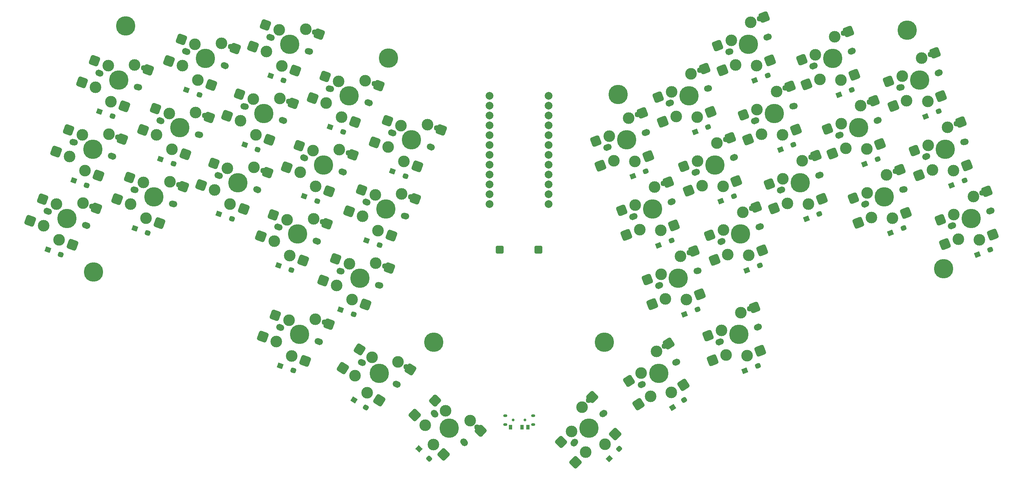
<source format=gbr>
%TF.GenerationSoftware,KiCad,Pcbnew,9.0.0*%
%TF.CreationDate,2025-08-07T18:41:01+03:00*%
%TF.ProjectId,keyatura,6b657961-7475-4726-912e-6b696361645f,rev?*%
%TF.SameCoordinates,Original*%
%TF.FileFunction,Soldermask,Bot*%
%TF.FilePolarity,Negative*%
%FSLAX46Y46*%
G04 Gerber Fmt 4.6, Leading zero omitted, Abs format (unit mm)*
G04 Created by KiCad (PCBNEW 9.0.0) date 2025-08-07 18:41:01*
%MOMM*%
%LPD*%
G01*
G04 APERTURE LIST*
G04 Aperture macros list*
%AMRoundRect*
0 Rectangle with rounded corners*
0 $1 Rounding radius*
0 $2 $3 $4 $5 $6 $7 $8 $9 X,Y pos of 4 corners*
0 Add a 4 corners polygon primitive as box body*
4,1,4,$2,$3,$4,$5,$6,$7,$8,$9,$2,$3,0*
0 Add four circle primitives for the rounded corners*
1,1,$1+$1,$2,$3*
1,1,$1+$1,$4,$5*
1,1,$1+$1,$6,$7*
1,1,$1+$1,$8,$9*
0 Add four rect primitives between the rounded corners*
20,1,$1+$1,$2,$3,$4,$5,0*
20,1,$1+$1,$4,$5,$6,$7,0*
20,1,$1+$1,$6,$7,$8,$9,0*
20,1,$1+$1,$8,$9,$2,$3,0*%
%AMRotRect*
0 Rectangle, with rotation*
0 The origin of the aperture is its center*
0 $1 length*
0 $2 width*
0 $3 Rotation angle, in degrees counterclockwise*
0 Add horizontal line*
21,1,$1,$2,0,0,$3*%
G04 Aperture macros list end*
%ADD10C,5.000000*%
%ADD11RoundRect,0.300000X-0.700000X-0.700000X0.700000X-0.700000X0.700000X0.700000X-0.700000X0.700000X0*%
%ADD12RoundRect,0.199800X-0.300200X-0.100200X0.300200X-0.100200X0.300200X0.100200X-0.300200X0.100200X0*%
%ADD13C,0.700000*%
%ADD14RoundRect,0.225000X-0.225000X0.400000X-0.225000X-0.400000X0.225000X-0.400000X0.225000X0.400000X0*%
%ADD15C,2.000000*%
%ADD16C,1.701800*%
%ADD17C,1.700000*%
%ADD18C,3.000000*%
%ADD19RoundRect,0.520000X-0.999736X-0.466185X0.466185X-0.999736X0.999736X0.466185X-0.466185X0.999736X0*%
%ADD20C,1.450000*%
%ADD21RoundRect,0.500000X0.969835X0.471747X-0.439704X0.984777X-0.969835X-0.471747X0.439704X-0.984777X0*%
%ADD22RoundRect,0.520000X-1.074815X-0.248140X0.248140X-1.074815X1.074815X0.248140X-0.248140X1.074815X0*%
%ADD23RoundRect,0.500000X1.046724X0.259798X-0.225349X1.054677X-1.046724X-0.259798X0.225349X-1.054677X0*%
%ADD24RoundRect,0.520000X-1.102919X-0.019252X0.019252X-1.102919X1.102919X0.019252X-0.019252X1.102919X0*%
%ADD25RoundRect,0.500000X1.077865X0.036495X-0.001145X1.078482X-1.077865X-0.036495X0.001145X-1.078482X0*%
%ADD26RoundRect,0.520000X-0.448666X-1.007720X1.007720X-0.448666X0.448666X1.007720X-1.007720X0.448666X0*%
%ADD27RoundRect,0.500000X0.422450X0.992301X-0.977920X0.454749X-0.422450X-0.992301X0.977920X-0.454749X0*%
%ADD28RoundRect,0.520000X0.000000X-1.103087X1.103087X0.000000X0.000000X1.103087X-1.103087X0.000000X0*%
%ADD29RoundRect,0.500000X-0.017678X1.078338X-1.078338X0.017678X0.017678X-1.078338X1.078338X-0.017678X0*%
%ADD30RoundRect,0.400000X-0.379159X-0.128042X0.208149X-0.341804X0.379159X0.128042X-0.208149X0.341804X0*%
%ADD31RotRect,1.425000X1.300000X340.000000*%
%ADD32RoundRect,0.400000X-0.202152X-0.345385X0.381336X-0.121405X0.202152X0.345385X-0.381336X0.121405X0*%
%ADD33RotRect,1.425000X1.300000X21.000000*%
%ADD34RoundRect,0.400000X-0.398458X0.037246X0.051129X-0.396916X0.398458X-0.037246X-0.051129X0.396916X0*%
%ADD35RotRect,1.425000X1.300000X316.000000*%
%ADD36RoundRect,0.400000X-0.044194X-0.397748X0.397748X0.044194X0.044194X0.397748X-0.397748X-0.044194X0*%
%ADD37RotRect,1.425000X1.300000X45.000000*%
%ADD38RoundRect,0.400000X-0.397495X-0.046412X0.132535X-0.377612X0.397495X0.046412X-0.132535X0.377612X0*%
%ADD39RotRect,1.425000X1.300000X328.000000*%
%ADD40RoundRect,0.400000X-0.125925X-0.379867X0.398244X-0.039468X0.125925X0.379867X-0.398244X0.039468X0*%
%ADD41RotRect,1.425000X1.300000X33.000000*%
%ADD42RoundRect,0.520000X-0.229345X-1.078981X1.078981X-0.229345X0.229345X1.078981X-1.078981X0.229345X0*%
%ADD43RoundRect,0.500000X0.206908X1.058449X-1.051098X0.241490X-0.206908X-1.058449X1.051098X-0.241490X0*%
G04 APERTURE END LIST*
D10*
%TO.C,H7*%
X132450000Y-115000000D03*
%TD*%
%TO.C,H6*%
X176450000Y-115000000D03*
%TD*%
%TO.C,H5*%
X254560000Y-34430000D03*
%TD*%
%TO.C,H4*%
X52930000Y-33320000D03*
%TD*%
%TO.C,H3*%
X120710000Y-41690000D03*
%TD*%
%TO.C,H2*%
X180000000Y-51080000D03*
%TD*%
%TO.C,H1*%
X264000000Y-96000000D03*
%TD*%
%TO.C,H0*%
X44670000Y-96830000D03*
%TD*%
D11*
%TO.C,J1*%
X149460000Y-91060000D03*
X159460000Y-91060000D03*
%TD*%
D12*
%TO.C,BAT_KEY1*%
X150850000Y-133957000D03*
X150850000Y-136193000D03*
D13*
X152950000Y-135050000D03*
X155950000Y-135050000D03*
D12*
X158050000Y-133957000D03*
X158050000Y-136193000D03*
D14*
X152200000Y-136900000D03*
X155200000Y-136900000D03*
X156700000Y-136900000D03*
%TD*%
D15*
%TO.C,U1*%
X162060000Y-51390000D03*
X162060000Y-53930000D03*
X162060000Y-56470000D03*
X162060000Y-59010000D03*
X162060000Y-61550000D03*
X162060000Y-64090000D03*
X162060000Y-66630000D03*
X162060000Y-69170000D03*
X162060000Y-71710000D03*
X162060000Y-74250000D03*
X162060000Y-76790000D03*
X162060000Y-79330000D03*
X146820000Y-51390000D03*
X146820000Y-53930000D03*
X146820000Y-56470000D03*
X146820000Y-59010000D03*
X146820000Y-61550000D03*
X146820000Y-64090000D03*
X146820000Y-66630000D03*
X146820000Y-69170000D03*
X146820000Y-71710000D03*
X146820000Y-74250000D03*
X146820000Y-76790000D03*
X146820000Y-79330000D03*
%TD*%
D16*
%TO.C,SW1*%
X92595191Y-111090589D03*
D17*
X92989861Y-111234238D03*
D18*
X91765360Y-114832431D03*
X95052002Y-109281784D03*
D10*
X97763500Y-112971700D03*
D18*
X95745581Y-118515886D03*
X101887782Y-109066793D03*
D17*
X102537139Y-114709162D03*
D16*
X102931809Y-114852811D03*
D19*
X99222444Y-119781361D03*
D20*
X104223367Y-109842384D03*
D21*
X105411629Y-110349368D03*
D19*
X88288498Y-113566957D03*
D21*
X91528155Y-107999208D03*
%TD*%
D16*
%TO.C,SW2*%
X113709835Y-120099544D03*
D17*
X114066016Y-120322110D03*
D18*
X112120166Y-123587086D03*
X116489032Y-118841065D03*
D10*
X118374100Y-123014100D03*
D18*
X115247576Y-128017584D03*
X123220132Y-120052011D03*
D17*
X122682184Y-125706090D03*
D16*
X123038365Y-125928656D03*
D22*
X118385354Y-129978285D03*
D20*
X125343425Y-121296249D03*
D23*
X126400312Y-122039208D03*
D22*
X108982388Y-121626385D03*
D23*
X113308851Y-116853868D03*
%TD*%
D16*
%TO.C,SW3*%
X132489831Y-133301679D03*
D17*
X132791954Y-133593435D03*
D18*
X130209799Y-136382499D03*
X135469948Y-132648529D03*
D10*
X136446200Y-137122300D03*
D18*
X132347716Y-141366405D03*
X141802188Y-135232486D03*
D17*
X140100446Y-140651165D03*
D16*
X140402569Y-140942921D03*
D24*
X135009273Y-143936641D03*
D20*
X143620390Y-136890992D03*
D25*
X144499712Y-137837455D03*
D24*
X127548242Y-133812263D03*
D25*
X132772423Y-130043560D03*
%TD*%
D16*
%TO.C,SW5*%
X55025391Y-75584889D03*
D17*
X55420061Y-75728538D03*
D18*
X54195560Y-79326731D03*
X57482202Y-73776084D03*
D10*
X60193700Y-77466000D03*
D18*
X58175781Y-83010186D03*
X64317982Y-73561093D03*
D17*
X64967339Y-79203462D03*
D16*
X65362009Y-79347111D03*
D19*
X61652644Y-84275661D03*
D20*
X66653567Y-74336684D03*
D21*
X67841829Y-74843668D03*
D19*
X50718698Y-78061257D03*
D21*
X53958355Y-72493508D03*
%TD*%
D16*
%TO.C,SW6*%
X76738791Y-71906089D03*
D17*
X77133461Y-72049738D03*
D18*
X75908960Y-75647931D03*
X79195602Y-70097284D03*
D10*
X81907100Y-73787200D03*
D18*
X79889181Y-79331386D03*
X86031382Y-69882293D03*
D17*
X86680739Y-75524662D03*
D16*
X87075409Y-75668311D03*
D19*
X83366044Y-80596861D03*
D20*
X88366967Y-70657884D03*
D21*
X89555229Y-71164868D03*
D19*
X72432098Y-74382457D03*
D21*
X75671755Y-68814708D03*
%TD*%
D16*
%TO.C,SW7*%
X92113391Y-85181089D03*
D17*
X92508061Y-85324738D03*
D18*
X91283560Y-88922931D03*
X94570202Y-83372284D03*
D10*
X97281700Y-87062200D03*
D18*
X95263781Y-92606386D03*
X101405982Y-83157293D03*
D17*
X102055339Y-88799662D03*
D16*
X102450009Y-88943311D03*
D19*
X98740644Y-93871861D03*
D20*
X103741567Y-83932884D03*
D21*
X104929829Y-84439868D03*
D19*
X87806698Y-87657457D03*
D21*
X91046355Y-82089708D03*
%TD*%
D16*
%TO.C,SW10*%
X61696791Y-57741289D03*
D17*
X62091461Y-57884938D03*
D18*
X60866960Y-61483131D03*
X64153602Y-55932484D03*
D10*
X66865100Y-59622400D03*
D18*
X64847181Y-65166586D03*
X70989382Y-55717493D03*
D17*
X71638739Y-61359862D03*
D16*
X72033409Y-61503511D03*
D19*
X68324044Y-66432061D03*
D20*
X73324967Y-56493084D03*
D21*
X74513229Y-57000068D03*
D19*
X57390098Y-60217657D03*
D21*
X60629755Y-54649908D03*
%TD*%
D16*
%TO.C,SW11*%
X83410191Y-54062489D03*
D17*
X83804861Y-54206138D03*
D18*
X82580360Y-57804331D03*
X85867002Y-52253684D03*
D10*
X88578500Y-55943600D03*
D18*
X86560581Y-61487786D03*
X92702782Y-52038693D03*
D17*
X93352139Y-57681062D03*
D16*
X93746809Y-57824711D03*
D19*
X90037444Y-62753261D03*
D20*
X95038367Y-52814284D03*
D21*
X96226629Y-53321268D03*
D19*
X79103498Y-56538857D03*
D21*
X82343155Y-50971108D03*
%TD*%
D16*
%TO.C,SW12*%
X98784891Y-67337489D03*
D17*
X99179561Y-67481138D03*
D18*
X97955060Y-71079331D03*
X101241702Y-65528684D03*
D10*
X103953200Y-69218600D03*
D18*
X101935281Y-74762786D03*
X108077482Y-65313693D03*
D17*
X108726839Y-70956062D03*
D16*
X109121509Y-71099711D03*
D19*
X105412144Y-76028261D03*
D20*
X110413067Y-66089284D03*
D21*
X111601329Y-66596268D03*
D19*
X94478198Y-69813857D03*
D21*
X97717855Y-64246108D03*
%TD*%
D16*
%TO.C,SW13*%
X114859891Y-78739089D03*
D17*
X115254561Y-78882738D03*
D18*
X114030060Y-82480931D03*
X117316702Y-76930284D03*
D10*
X120028200Y-80620200D03*
D18*
X118010281Y-86164386D03*
X124152482Y-76715293D03*
D17*
X124801839Y-82357662D03*
D16*
X125196509Y-82501311D03*
D19*
X121487144Y-87429861D03*
D20*
X126488067Y-77490884D03*
D21*
X127676329Y-77997868D03*
D19*
X110553198Y-81215457D03*
D21*
X113792855Y-75647708D03*
%TD*%
D16*
%TO.C,SW18*%
X121531391Y-60895489D03*
D17*
X121926061Y-61039138D03*
D18*
X120701560Y-64637331D03*
X123988202Y-59086684D03*
D10*
X126699700Y-62776600D03*
D18*
X124681781Y-68320786D03*
X130823982Y-58871693D03*
D17*
X131473339Y-64514062D03*
D16*
X131868009Y-64657711D03*
D19*
X128158644Y-69586261D03*
D20*
X133159567Y-59647284D03*
D21*
X134347829Y-60154268D03*
D19*
X117224698Y-63371857D03*
D21*
X120464355Y-57804108D03*
%TD*%
D16*
%TO.C,SW19*%
X206004408Y-114942724D03*
D17*
X206396511Y-114792209D03*
D18*
X207832996Y-118311145D03*
X206671904Y-111965788D03*
D10*
X211139100Y-112971700D03*
D18*
X213253471Y-118479825D03*
X211689885Y-107318857D03*
D17*
X215881689Y-111151191D03*
D16*
X216273792Y-111000676D03*
D26*
X216707718Y-117153863D03*
D20*
X213961407Y-106371921D03*
D27*
X215190812Y-105974977D03*
D26*
X204378748Y-119637107D03*
D27*
X203170977Y-113309667D03*
%TD*%
D16*
%TO.C,SW21*%
X168567313Y-141011387D03*
D17*
X168864298Y-140714402D03*
D18*
X171607872Y-143344840D03*
X167966272Y-138020326D03*
D10*
X172456400Y-137122300D03*
D18*
X176628330Y-141294230D03*
X170660349Y-131734146D03*
D17*
X176048502Y-133530198D03*
D16*
X176345487Y-133233213D03*
D28*
X179244625Y-138677935D03*
D20*
X172350334Y-129945166D03*
D29*
X173311999Y-129082496D03*
D28*
X168991577Y-145961135D03*
D29*
X165314622Y-140671976D03*
%TD*%
D16*
%TO.C,SW22*%
X265988108Y-84989124D03*
D17*
X266380211Y-84838609D03*
D18*
X267816696Y-88357545D03*
X266655604Y-82012188D03*
D10*
X271122800Y-83018100D03*
D18*
X273237171Y-88526225D03*
X271673585Y-77365257D03*
D17*
X275865389Y-81197591D03*
D16*
X276257492Y-81047076D03*
D26*
X276691418Y-87200263D03*
D20*
X273945107Y-76418321D03*
D27*
X275174512Y-76021377D03*
D26*
X264362448Y-89683507D03*
D27*
X263154677Y-83356067D03*
%TD*%
D16*
%TO.C,SW23*%
X243574308Y-79437024D03*
D17*
X243966411Y-79286509D03*
D18*
X245402896Y-82805445D03*
X244241804Y-76460088D03*
D10*
X248709000Y-77466000D03*
D18*
X250823371Y-82974125D03*
X249259785Y-71813157D03*
D17*
X253451589Y-75645491D03*
D16*
X253843692Y-75494976D03*
D26*
X254277618Y-81648163D03*
D20*
X251531307Y-70866221D03*
D27*
X252760712Y-70469277D03*
D26*
X241948648Y-84131407D03*
D27*
X240740877Y-77803967D03*
%TD*%
D16*
%TO.C,SW24*%
X221860908Y-75758224D03*
D17*
X222253011Y-75607709D03*
D18*
X223689496Y-79126645D03*
X222528404Y-72781288D03*
D10*
X226995600Y-73787200D03*
D18*
X229109971Y-79295325D03*
X227546385Y-68134357D03*
D17*
X231738189Y-71966691D03*
D16*
X232130292Y-71816176D03*
D26*
X232564218Y-77969363D03*
D20*
X229817907Y-67187421D03*
D27*
X231047312Y-66790477D03*
D26*
X220235248Y-80452607D03*
D27*
X219027477Y-74125167D03*
%TD*%
D16*
%TO.C,SW25*%
X206486208Y-89033224D03*
D17*
X206878311Y-88882709D03*
D18*
X208314796Y-92401645D03*
X207153704Y-86056288D03*
D10*
X211620900Y-87062200D03*
D18*
X213735271Y-92570325D03*
X212171685Y-81409357D03*
D17*
X216363489Y-85241691D03*
D16*
X216755592Y-85091176D03*
D26*
X217189518Y-91244363D03*
D20*
X214443207Y-80462421D03*
D27*
X215672612Y-80065477D03*
D26*
X204860548Y-93727607D03*
D27*
X203652777Y-87400167D03*
%TD*%
D16*
%TO.C,SW27*%
X259316608Y-67145524D03*
D17*
X259708711Y-66995009D03*
D18*
X261145196Y-70513945D03*
X259984104Y-64168588D03*
D10*
X264451300Y-65174500D03*
D18*
X266565671Y-70682625D03*
X265002085Y-59521657D03*
D17*
X269193889Y-63353991D03*
D16*
X269585992Y-63203476D03*
D26*
X270019918Y-69356663D03*
D20*
X267273607Y-58574721D03*
D27*
X268503012Y-58177777D03*
D26*
X257690948Y-71839907D03*
D27*
X256483177Y-65512467D03*
%TD*%
D16*
%TO.C,SW28*%
X236902808Y-61593424D03*
D17*
X237294911Y-61442909D03*
D18*
X238731396Y-64961845D03*
X237570304Y-58616488D03*
D10*
X242037500Y-59622400D03*
D18*
X244151871Y-65130525D03*
X242588285Y-53969557D03*
D17*
X246780089Y-57801891D03*
D16*
X247172192Y-57651376D03*
D26*
X247606118Y-63804563D03*
D20*
X244859807Y-53022621D03*
D27*
X246089212Y-52625677D03*
D26*
X235277148Y-66287807D03*
D27*
X234069377Y-59960367D03*
%TD*%
D16*
%TO.C,SW29*%
X215189408Y-57914624D03*
D17*
X215581511Y-57764109D03*
D18*
X217017996Y-61283045D03*
X215856904Y-54937688D03*
D10*
X220324100Y-55943600D03*
D18*
X222438471Y-61451725D03*
X220874885Y-50290757D03*
D17*
X225066689Y-54123091D03*
D16*
X225458792Y-53972576D03*
D26*
X225892718Y-60125763D03*
D20*
X223146407Y-49343821D03*
D27*
X224375812Y-48946877D03*
D26*
X213563748Y-62609007D03*
D27*
X212355977Y-56281567D03*
%TD*%
D16*
%TO.C,SW30*%
X199814808Y-71189624D03*
D17*
X200206911Y-71039109D03*
D18*
X201643396Y-74558045D03*
X200482304Y-68212688D03*
D10*
X204949500Y-69218600D03*
D18*
X207063871Y-74726725D03*
X205500285Y-63565757D03*
D17*
X209692089Y-67398091D03*
D16*
X210084192Y-67247576D03*
D26*
X210518118Y-73400763D03*
D20*
X207771807Y-62618821D03*
D27*
X209001212Y-62221877D03*
D26*
X198189148Y-75884007D03*
D27*
X196981377Y-69556567D03*
%TD*%
D16*
%TO.C,SW31*%
X183739708Y-82591224D03*
D17*
X184131811Y-82440709D03*
D18*
X185568296Y-85959645D03*
X184407204Y-79614288D03*
D10*
X188874400Y-80620200D03*
D18*
X190988771Y-86128325D03*
X189425185Y-74967357D03*
D17*
X193616989Y-78799691D03*
D16*
X194009092Y-78649176D03*
D26*
X194443018Y-84802363D03*
D20*
X191696707Y-74020421D03*
D27*
X192926112Y-73623477D03*
D26*
X182114048Y-87285607D03*
D27*
X180906277Y-80958167D03*
%TD*%
D16*
%TO.C,SW35*%
X193143308Y-53346024D03*
D17*
X193535411Y-53195509D03*
D18*
X194971896Y-56714445D03*
X193810804Y-50369088D03*
D10*
X198278000Y-51375000D03*
D18*
X200392371Y-56883125D03*
X198828785Y-45722157D03*
D17*
X203020589Y-49554491D03*
D16*
X203412692Y-49403976D03*
D26*
X203846618Y-55557163D03*
D20*
X201100307Y-44775221D03*
D27*
X202329712Y-44378277D03*
D26*
X191517648Y-58040407D03*
D27*
X190309877Y-51712967D03*
%TD*%
D16*
%TO.C,SW36*%
X177068308Y-64747624D03*
D17*
X177460411Y-64597109D03*
D18*
X178896896Y-68116045D03*
X177735804Y-61770688D03*
D10*
X182203000Y-62776600D03*
D18*
X184317371Y-68284725D03*
X182753785Y-57123757D03*
D17*
X186945589Y-60956091D03*
D16*
X187337692Y-60805576D03*
D26*
X187771618Y-66958763D03*
D20*
X185025307Y-56176821D03*
D27*
X186254712Y-55779877D03*
D26*
X175442648Y-69442007D03*
D27*
X174234877Y-63114567D03*
%TD*%
D30*
%TO.C,D7*%
X95704501Y-96384561D03*
D31*
X92345099Y-95161839D03*
%TD*%
D30*
%TO.C,D14*%
X49545601Y-56653361D03*
D31*
X46186199Y-55430639D03*
%TD*%
D30*
%TO.C,D4*%
X36202701Y-92340561D03*
D31*
X32843299Y-91117839D03*
%TD*%
D30*
%TO.C,D13*%
X118451001Y-89942661D03*
D31*
X115091599Y-88719939D03*
%TD*%
D30*
%TO.C,D9*%
X42874101Y-74496961D03*
D31*
X39514699Y-73274239D03*
%TD*%
D32*
%TO.C,D23*%
X253634675Y-85536417D03*
D33*
X250297125Y-86817583D03*
%TD*%
D30*
%TO.C,D12*%
X102376001Y-78540961D03*
D31*
X99016599Y-77318239D03*
%TD*%
D34*
%TO.C,D3*%
X131213620Y-144997202D03*
D35*
X128641980Y-142513798D03*
%TD*%
D30*
%TO.C,D1*%
X96186301Y-122294161D03*
D31*
X92826899Y-121071439D03*
%TD*%
D30*
%TO.C,D15*%
X71959401Y-51101161D03*
D31*
X68599999Y-49878439D03*
%TD*%
D32*
%TO.C,D24*%
X231921275Y-81857717D03*
D33*
X228583725Y-83138883D03*
%TD*%
D30*
%TO.C,D10*%
X65287901Y-68944761D03*
D31*
X61928499Y-67722039D03*
%TD*%
D32*
%TO.C,D31*%
X193800175Y-88690717D03*
D33*
X190462625Y-89971883D03*
%TD*%
D30*
%TO.C,D6*%
X80329901Y-83109661D03*
D31*
X76970499Y-81886939D03*
%TD*%
D32*
%TO.C,D35*%
X203203775Y-59445417D03*
D33*
X199866225Y-60726583D03*
%TD*%
D32*
%TO.C,D33*%
X240291775Y-49849217D03*
D33*
X236954225Y-51130383D03*
%TD*%
D32*
%TO.C,D36*%
X187128675Y-70847117D03*
D33*
X183791125Y-72128283D03*
%TD*%
D30*
%TO.C,D16*%
X93672801Y-47422461D03*
D31*
X90313399Y-46199739D03*
%TD*%
D32*
%TO.C,D25*%
X216546675Y-95132617D03*
D33*
X213209125Y-96413783D03*
%TD*%
D36*
%TO.C,D21*%
X180238853Y-142491547D03*
D37*
X177710947Y-145019453D03*
%TD*%
D30*
%TO.C,D11*%
X87001301Y-65266061D03*
D31*
X83641899Y-64043339D03*
%TD*%
D32*
%TO.C,D34*%
X218578375Y-46170517D03*
D33*
X215240825Y-47451683D03*
%TD*%
D38*
%TO.C,D2*%
X114893086Y-131804931D03*
D39*
X111861314Y-129910469D03*
%TD*%
D32*
%TO.C,D28*%
X246963275Y-67692817D03*
D33*
X243625725Y-68973983D03*
%TD*%
D30*
%TO.C,D8*%
X111779601Y-107786261D03*
D31*
X108420199Y-106563539D03*
%TD*%
D40*
%TO.C,D20*%
X197024624Y-129884158D03*
D41*
X194026376Y-131831242D03*
%TD*%
D30*
%TO.C,D17*%
X109047401Y-60697361D03*
D31*
X105687999Y-59474639D03*
%TD*%
D32*
%TO.C,D29*%
X225249875Y-64014117D03*
D33*
X221912325Y-65295283D03*
%TD*%
D30*
%TO.C,D18*%
X125122501Y-72099061D03*
D31*
X121763099Y-70876339D03*
%TD*%
D32*
%TO.C,D22*%
X276048475Y-91088617D03*
D33*
X272710925Y-92369783D03*
%TD*%
D32*
%TO.C,D30*%
X209875175Y-77289017D03*
D33*
X206537625Y-78570183D03*
%TD*%
D30*
%TO.C,D5*%
X58616501Y-86788361D03*
D31*
X55257099Y-85565639D03*
%TD*%
D32*
%TO.C,D32*%
X262705575Y-55401417D03*
D33*
X259368025Y-56682583D03*
%TD*%
D32*
%TO.C,D27*%
X269377075Y-73245017D03*
D33*
X266039525Y-74526183D03*
%TD*%
D32*
%TO.C,D19*%
X216064875Y-121042217D03*
D33*
X212727325Y-122323383D03*
%TD*%
D16*
%TO.C,SW4*%
X32611591Y-81136989D03*
D17*
X33006261Y-81280638D03*
D18*
X31781760Y-84878831D03*
X35068402Y-79328184D03*
D10*
X37779900Y-83018100D03*
D18*
X35761981Y-88562286D03*
X41904182Y-79113193D03*
D17*
X42553539Y-84755562D03*
D16*
X42948209Y-84899211D03*
D19*
X39238844Y-89827761D03*
D20*
X44239767Y-79888784D03*
D21*
X45428029Y-80395768D03*
D19*
X28304898Y-83613357D03*
D21*
X31544555Y-78045608D03*
%TD*%
D16*
%TO.C,SW9*%
X39282991Y-63293389D03*
D17*
X39677661Y-63437038D03*
D18*
X38453160Y-67035231D03*
X41739802Y-61484584D03*
D10*
X44451300Y-65174500D03*
D18*
X42433381Y-70718686D03*
X48575582Y-61269593D03*
D17*
X49224939Y-66911962D03*
D16*
X49619609Y-67055611D03*
D19*
X45910244Y-71984161D03*
D20*
X50911167Y-62045184D03*
D21*
X52099429Y-62552168D03*
D19*
X34976298Y-65769757D03*
D21*
X38215955Y-60202008D03*
%TD*%
D16*
%TO.C,SW14*%
X45954491Y-45449789D03*
D17*
X46349161Y-45593438D03*
D18*
X45124660Y-49191631D03*
X48411302Y-43640984D03*
D10*
X51122800Y-47330900D03*
D18*
X49104881Y-52875086D03*
X55247082Y-43425993D03*
D17*
X55896439Y-49068362D03*
D16*
X56291109Y-49212011D03*
D19*
X52581744Y-54140561D03*
D20*
X57582667Y-44201584D03*
D21*
X58770929Y-44708568D03*
D19*
X41647798Y-47926157D03*
D21*
X44887455Y-42358408D03*
%TD*%
D16*
%TO.C,SW15*%
X68368291Y-39897689D03*
D17*
X68762961Y-40041338D03*
D18*
X67538460Y-43639531D03*
X70825102Y-38088884D03*
D10*
X73536600Y-41778800D03*
D18*
X71518681Y-47322986D03*
X77660882Y-37873893D03*
D17*
X78310239Y-43516262D03*
D16*
X78704909Y-43659911D03*
D19*
X74995544Y-48588461D03*
D20*
X79996467Y-38649484D03*
D21*
X81184729Y-39156468D03*
D19*
X64061598Y-42374057D03*
D21*
X67301255Y-36806308D03*
%TD*%
D16*
%TO.C,SW34*%
X208518008Y-40071024D03*
D17*
X208910111Y-39920509D03*
D18*
X210346596Y-43439445D03*
X209185504Y-37094088D03*
D10*
X213652700Y-38100000D03*
D18*
X215767071Y-43608125D03*
X214203485Y-32447157D03*
D17*
X218395289Y-36279491D03*
D16*
X218787392Y-36128976D03*
D26*
X219221318Y-42282163D03*
D20*
X216475007Y-31500221D03*
D27*
X217704412Y-31103277D03*
D26*
X206892348Y-44765407D03*
D27*
X205684577Y-38437967D03*
%TD*%
D16*
%TO.C,SW32*%
X252645208Y-49301924D03*
D17*
X253037311Y-49151409D03*
D18*
X254473796Y-52670345D03*
X253312704Y-46324988D03*
D10*
X257779900Y-47330900D03*
D18*
X259894271Y-52839025D03*
X258330685Y-41678057D03*
D17*
X262522489Y-45510391D03*
D16*
X262914592Y-45359876D03*
D26*
X263348518Y-51513063D03*
D20*
X260602207Y-40731121D03*
D27*
X261831612Y-40334177D03*
D26*
X251019548Y-53996307D03*
D27*
X249811777Y-47668867D03*
%TD*%
D16*
%TO.C,SW33*%
X230231408Y-43749824D03*
D17*
X230623511Y-43599309D03*
D18*
X232059996Y-47118245D03*
X230898904Y-40772888D03*
D10*
X235366100Y-41778800D03*
D18*
X237480471Y-47286925D03*
X235916885Y-36125957D03*
D17*
X240108689Y-39958291D03*
D16*
X240500792Y-39807776D03*
D26*
X240934718Y-45960963D03*
D20*
X238188407Y-35179021D03*
D27*
X239417812Y-34782077D03*
D26*
X228605748Y-48444207D03*
D27*
X227397977Y-42116767D03*
%TD*%
D16*
%TO.C,SW17*%
X105456291Y-49493889D03*
D17*
X105850961Y-49637538D03*
D18*
X104626460Y-53235731D03*
X107913102Y-47685084D03*
D10*
X110624600Y-51375000D03*
D18*
X108606681Y-56919186D03*
X114748882Y-47470093D03*
D17*
X115398239Y-53112462D03*
D16*
X115792909Y-53256111D03*
D19*
X112083544Y-58184661D03*
D20*
X117084467Y-48245684D03*
D21*
X118272729Y-48752668D03*
D19*
X101149598Y-51970257D03*
D21*
X104389255Y-46402508D03*
%TD*%
D16*
%TO.C,SW8*%
X108188491Y-96582689D03*
D17*
X108583161Y-96726338D03*
D18*
X107358660Y-100324531D03*
X110645302Y-94773884D03*
D10*
X113356800Y-98463800D03*
D18*
X111338881Y-104007986D03*
X117481082Y-94558893D03*
D17*
X118130439Y-100201262D03*
D16*
X118525109Y-100344911D03*
D19*
X114815744Y-105273461D03*
D20*
X119816667Y-95334484D03*
D21*
X121004929Y-95841468D03*
D19*
X103881798Y-99059057D03*
D21*
X107121455Y-93491308D03*
%TD*%
D16*
%TO.C,SW16*%
X90081691Y-36218889D03*
D17*
X90476361Y-36362538D03*
D18*
X89251860Y-39960731D03*
X92538502Y-34410084D03*
D10*
X95250000Y-38100000D03*
D18*
X93232081Y-43644186D03*
X99374282Y-34195093D03*
D17*
X100023639Y-39837462D03*
D16*
X100418309Y-39981111D03*
D19*
X96708944Y-44909661D03*
D20*
X101709867Y-34970684D03*
D21*
X102898129Y-35477668D03*
D19*
X85774998Y-38695257D03*
D21*
X89014655Y-33127508D03*
%TD*%
D16*
%TO.C,SW20*%
X185915912Y-126009615D03*
D17*
X186268154Y-125780866D03*
D18*
X188404875Y-128924243D03*
X185949882Y-122958951D03*
D10*
X190528600Y-123014100D03*
D18*
X193741970Y-127962256D03*
X189892057Y-117370270D03*
D17*
X194789046Y-120247334D03*
D16*
X195141288Y-120018585D03*
D42*
X196845051Y-125947092D03*
D20*
X191917062Y-115971751D03*
D43*
X193037072Y-115327874D03*
D42*
X185301794Y-130939408D03*
D43*
X182804867Y-125001348D03*
%TD*%
D32*
%TO.C,D26*%
X200471575Y-106534317D03*
D33*
X197134025Y-107815483D03*
%TD*%
D16*
%TO.C,SW26*%
X190411208Y-100434824D03*
D17*
X190803311Y-100284309D03*
D18*
X192239796Y-103803245D03*
X191078704Y-97457888D03*
D10*
X195545900Y-98463800D03*
D18*
X197660271Y-103971925D03*
X196096685Y-92810957D03*
D17*
X200288489Y-96643291D03*
D16*
X200680592Y-96492776D03*
D26*
X201114518Y-102645963D03*
D20*
X198368207Y-91864021D03*
D27*
X199597612Y-91467077D03*
D26*
X188785548Y-105129207D03*
D27*
X187577777Y-98801767D03*
%TD*%
M02*

</source>
